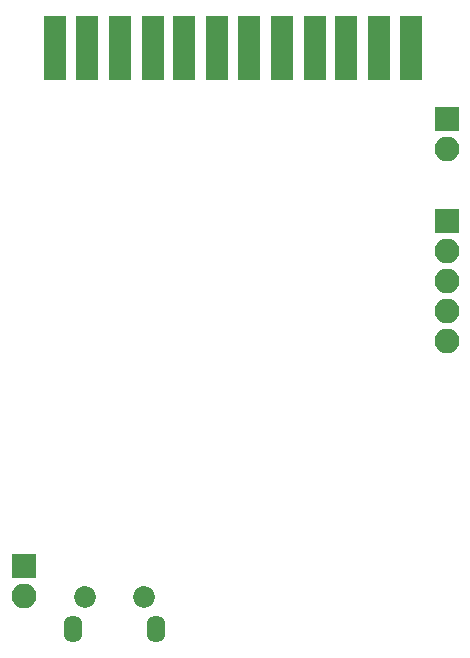
<source format=gbr>
G04 #@! TF.FileFunction,Soldermask,Bot*
%FSLAX46Y46*%
G04 Gerber Fmt 4.6, Leading zero omitted, Abs format (unit mm)*
G04 Created by KiCad (PCBNEW 4.0.7) date Wednesday, 04 July 2018 'PMt' 21:27:38*
%MOMM*%
%LPD*%
G01*
G04 APERTURE LIST*
%ADD10C,0.100000*%
%ADD11R,1.924000X5.480000*%
%ADD12R,2.100000X2.100000*%
%ADD13O,2.100000X2.100000*%
%ADD14C,1.850000*%
%ADD15O,1.600000X2.300000*%
G04 APERTURE END LIST*
D10*
D11*
X134747000Y-81407000D03*
X137414000Y-81407000D03*
X140208000Y-81407000D03*
X143002000Y-81407000D03*
X145669000Y-81407000D03*
X148463000Y-81407000D03*
X151130000Y-81407000D03*
X153924000Y-81407000D03*
X156718000Y-81407000D03*
X159385000Y-81407000D03*
X162179000Y-81407000D03*
X164846000Y-81407000D03*
D12*
X167894000Y-96012000D03*
D13*
X167894000Y-98552000D03*
X167894000Y-101092000D03*
X167894000Y-103632000D03*
X167894000Y-106172000D03*
D12*
X167894000Y-87376000D03*
D13*
X167894000Y-89916000D03*
D12*
X132080000Y-125222000D03*
D13*
X132080000Y-127762000D03*
D14*
X137256900Y-127856000D03*
X142256900Y-127856000D03*
D15*
X136256900Y-130556000D03*
X143256900Y-130556000D03*
M02*

</source>
